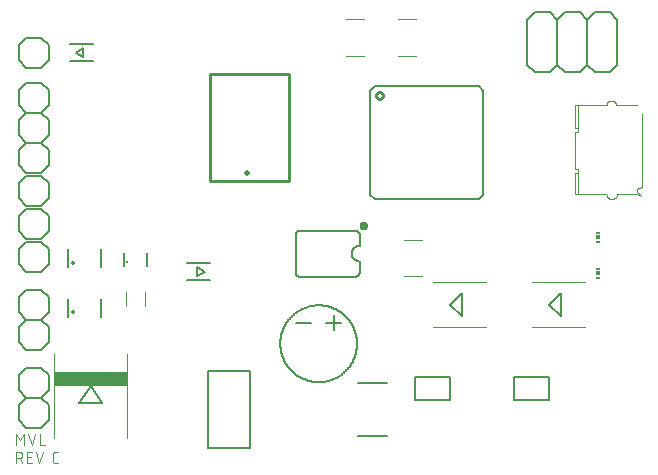
<source format=gto>
G75*
%MOIN*%
%OFA0B0*%
%FSLAX25Y25*%
%IPPOS*%
%LPD*%
%AMOC8*
5,1,8,0,0,1.08239X$1,22.5*
%
%ADD10C,0.00300*%
%ADD11C,0.00800*%
%ADD12C,0.00400*%
%ADD13R,0.24409X0.04921*%
%ADD14C,0.00600*%
%ADD15C,0.01181*%
%ADD16C,0.01000*%
%ADD17C,0.00591*%
%ADD18C,0.02000*%
%ADD19C,0.00500*%
%ADD20C,0.00010*%
%ADD21C,0.01414*%
%ADD22R,0.01181X0.00591*%
%ADD23R,0.01181X0.01181*%
D10*
X0003150Y0003150D02*
X0003150Y0006850D01*
X0004178Y0006850D01*
X0004241Y0006848D01*
X0004304Y0006842D01*
X0004367Y0006832D01*
X0004429Y0006819D01*
X0004490Y0006802D01*
X0004549Y0006781D01*
X0004608Y0006756D01*
X0004664Y0006728D01*
X0004719Y0006696D01*
X0004772Y0006661D01*
X0004822Y0006623D01*
X0004871Y0006582D01*
X0004916Y0006538D01*
X0004959Y0006491D01*
X0004998Y0006442D01*
X0005035Y0006390D01*
X0005068Y0006336D01*
X0005098Y0006280D01*
X0005125Y0006223D01*
X0005148Y0006164D01*
X0005167Y0006103D01*
X0005182Y0006042D01*
X0005194Y0005980D01*
X0005202Y0005917D01*
X0005206Y0005854D01*
X0005206Y0005790D01*
X0005202Y0005727D01*
X0005194Y0005664D01*
X0005182Y0005602D01*
X0005167Y0005541D01*
X0005148Y0005480D01*
X0005125Y0005421D01*
X0005098Y0005364D01*
X0005068Y0005308D01*
X0005035Y0005254D01*
X0004998Y0005202D01*
X0004959Y0005153D01*
X0004916Y0005106D01*
X0004871Y0005062D01*
X0004822Y0005021D01*
X0004772Y0004983D01*
X0004719Y0004948D01*
X0004664Y0004916D01*
X0004608Y0004888D01*
X0004549Y0004863D01*
X0004490Y0004842D01*
X0004429Y0004825D01*
X0004367Y0004812D01*
X0004304Y0004802D01*
X0004241Y0004796D01*
X0004178Y0004794D01*
X0003150Y0004794D01*
X0004383Y0004794D02*
X0005206Y0003150D01*
X0006854Y0003150D02*
X0006854Y0006850D01*
X0008499Y0006850D01*
X0009642Y0006850D02*
X0010875Y0003150D01*
X0012109Y0006850D01*
X0012687Y0009150D02*
X0011042Y0009150D01*
X0011042Y0012850D01*
X0009577Y0012850D02*
X0008343Y0009150D01*
X0007110Y0012850D01*
X0005617Y0012850D02*
X0005617Y0009150D01*
X0004383Y0010794D02*
X0005617Y0012850D01*
X0004383Y0010794D02*
X0003150Y0012850D01*
X0003150Y0009150D01*
X0006854Y0005206D02*
X0008088Y0005206D01*
X0008499Y0003150D02*
X0006854Y0003150D01*
X0015357Y0003972D02*
X0015357Y0006028D01*
X0015358Y0006028D02*
X0015360Y0006084D01*
X0015366Y0006140D01*
X0015375Y0006195D01*
X0015388Y0006250D01*
X0015405Y0006303D01*
X0015426Y0006355D01*
X0015450Y0006406D01*
X0015478Y0006455D01*
X0015508Y0006502D01*
X0015542Y0006547D01*
X0015579Y0006589D01*
X0015619Y0006629D01*
X0015661Y0006666D01*
X0015706Y0006700D01*
X0015753Y0006730D01*
X0015802Y0006758D01*
X0015853Y0006782D01*
X0015905Y0006803D01*
X0015958Y0006820D01*
X0016013Y0006833D01*
X0016068Y0006842D01*
X0016124Y0006848D01*
X0016180Y0006850D01*
X0017002Y0006850D01*
X0015358Y0003972D02*
X0015360Y0003916D01*
X0015366Y0003860D01*
X0015375Y0003805D01*
X0015388Y0003750D01*
X0015405Y0003697D01*
X0015426Y0003645D01*
X0015450Y0003594D01*
X0015478Y0003545D01*
X0015508Y0003498D01*
X0015542Y0003453D01*
X0015579Y0003411D01*
X0015619Y0003371D01*
X0015661Y0003334D01*
X0015706Y0003300D01*
X0015753Y0003270D01*
X0015802Y0003242D01*
X0015853Y0003218D01*
X0015905Y0003197D01*
X0015958Y0003180D01*
X0016013Y0003167D01*
X0016068Y0003158D01*
X0016124Y0003152D01*
X0016180Y0003150D01*
X0017002Y0003150D01*
D11*
X0024063Y0023362D02*
X0031937Y0023362D01*
X0028000Y0028768D01*
X0024063Y0023362D01*
X0020488Y0052047D02*
X0020488Y0057953D01*
X0031512Y0057953D02*
X0031512Y0052047D01*
X0031512Y0068547D02*
X0031512Y0074453D01*
X0039063Y0073165D02*
X0039063Y0068835D01*
X0046937Y0068835D02*
X0046937Y0073165D01*
X0020488Y0074453D02*
X0020488Y0068547D01*
X0067000Y0033902D02*
X0067000Y0008098D01*
X0081000Y0008098D01*
X0081000Y0033902D01*
X0067000Y0033902D01*
X0096500Y0050000D02*
X0101500Y0050000D01*
X0106500Y0050000D02*
X0111500Y0050000D01*
X0109000Y0052500D02*
X0109000Y0047500D01*
X0091205Y0043000D02*
X0091209Y0043314D01*
X0091220Y0043628D01*
X0091240Y0043941D01*
X0091267Y0044254D01*
X0091301Y0044566D01*
X0091343Y0044877D01*
X0091393Y0045187D01*
X0091451Y0045496D01*
X0091516Y0045803D01*
X0091588Y0046109D01*
X0091668Y0046413D01*
X0091756Y0046714D01*
X0091851Y0047014D01*
X0091953Y0047311D01*
X0092062Y0047605D01*
X0092179Y0047896D01*
X0092303Y0048185D01*
X0092433Y0048471D01*
X0092571Y0048753D01*
X0092716Y0049032D01*
X0092867Y0049307D01*
X0093025Y0049578D01*
X0093190Y0049845D01*
X0093361Y0050109D01*
X0093539Y0050367D01*
X0093723Y0050622D01*
X0093913Y0050872D01*
X0094109Y0051117D01*
X0094312Y0051357D01*
X0094520Y0051593D01*
X0094733Y0051823D01*
X0094953Y0052047D01*
X0095177Y0052267D01*
X0095407Y0052480D01*
X0095643Y0052688D01*
X0095883Y0052891D01*
X0096128Y0053087D01*
X0096378Y0053277D01*
X0096633Y0053461D01*
X0096891Y0053639D01*
X0097155Y0053810D01*
X0097422Y0053975D01*
X0097693Y0054133D01*
X0097968Y0054284D01*
X0098247Y0054429D01*
X0098529Y0054567D01*
X0098815Y0054697D01*
X0099104Y0054821D01*
X0099395Y0054938D01*
X0099689Y0055047D01*
X0099986Y0055149D01*
X0100286Y0055244D01*
X0100587Y0055332D01*
X0100891Y0055412D01*
X0101197Y0055484D01*
X0101504Y0055549D01*
X0101813Y0055607D01*
X0102123Y0055657D01*
X0102434Y0055699D01*
X0102746Y0055733D01*
X0103059Y0055760D01*
X0103372Y0055780D01*
X0103686Y0055791D01*
X0104000Y0055795D01*
X0104314Y0055791D01*
X0104628Y0055780D01*
X0104941Y0055760D01*
X0105254Y0055733D01*
X0105566Y0055699D01*
X0105877Y0055657D01*
X0106187Y0055607D01*
X0106496Y0055549D01*
X0106803Y0055484D01*
X0107109Y0055412D01*
X0107413Y0055332D01*
X0107714Y0055244D01*
X0108014Y0055149D01*
X0108311Y0055047D01*
X0108605Y0054938D01*
X0108896Y0054821D01*
X0109185Y0054697D01*
X0109471Y0054567D01*
X0109753Y0054429D01*
X0110032Y0054284D01*
X0110307Y0054133D01*
X0110578Y0053975D01*
X0110845Y0053810D01*
X0111109Y0053639D01*
X0111367Y0053461D01*
X0111622Y0053277D01*
X0111872Y0053087D01*
X0112117Y0052891D01*
X0112357Y0052688D01*
X0112593Y0052480D01*
X0112823Y0052267D01*
X0113047Y0052047D01*
X0113267Y0051823D01*
X0113480Y0051593D01*
X0113688Y0051357D01*
X0113891Y0051117D01*
X0114087Y0050872D01*
X0114277Y0050622D01*
X0114461Y0050367D01*
X0114639Y0050109D01*
X0114810Y0049845D01*
X0114975Y0049578D01*
X0115133Y0049307D01*
X0115284Y0049032D01*
X0115429Y0048753D01*
X0115567Y0048471D01*
X0115697Y0048185D01*
X0115821Y0047896D01*
X0115938Y0047605D01*
X0116047Y0047311D01*
X0116149Y0047014D01*
X0116244Y0046714D01*
X0116332Y0046413D01*
X0116412Y0046109D01*
X0116484Y0045803D01*
X0116549Y0045496D01*
X0116607Y0045187D01*
X0116657Y0044877D01*
X0116699Y0044566D01*
X0116733Y0044254D01*
X0116760Y0043941D01*
X0116780Y0043628D01*
X0116791Y0043314D01*
X0116795Y0043000D01*
X0116791Y0042686D01*
X0116780Y0042372D01*
X0116760Y0042059D01*
X0116733Y0041746D01*
X0116699Y0041434D01*
X0116657Y0041123D01*
X0116607Y0040813D01*
X0116549Y0040504D01*
X0116484Y0040197D01*
X0116412Y0039891D01*
X0116332Y0039587D01*
X0116244Y0039286D01*
X0116149Y0038986D01*
X0116047Y0038689D01*
X0115938Y0038395D01*
X0115821Y0038104D01*
X0115697Y0037815D01*
X0115567Y0037529D01*
X0115429Y0037247D01*
X0115284Y0036968D01*
X0115133Y0036693D01*
X0114975Y0036422D01*
X0114810Y0036155D01*
X0114639Y0035891D01*
X0114461Y0035633D01*
X0114277Y0035378D01*
X0114087Y0035128D01*
X0113891Y0034883D01*
X0113688Y0034643D01*
X0113480Y0034407D01*
X0113267Y0034177D01*
X0113047Y0033953D01*
X0112823Y0033733D01*
X0112593Y0033520D01*
X0112357Y0033312D01*
X0112117Y0033109D01*
X0111872Y0032913D01*
X0111622Y0032723D01*
X0111367Y0032539D01*
X0111109Y0032361D01*
X0110845Y0032190D01*
X0110578Y0032025D01*
X0110307Y0031867D01*
X0110032Y0031716D01*
X0109753Y0031571D01*
X0109471Y0031433D01*
X0109185Y0031303D01*
X0108896Y0031179D01*
X0108605Y0031062D01*
X0108311Y0030953D01*
X0108014Y0030851D01*
X0107714Y0030756D01*
X0107413Y0030668D01*
X0107109Y0030588D01*
X0106803Y0030516D01*
X0106496Y0030451D01*
X0106187Y0030393D01*
X0105877Y0030343D01*
X0105566Y0030301D01*
X0105254Y0030267D01*
X0104941Y0030240D01*
X0104628Y0030220D01*
X0104314Y0030209D01*
X0104000Y0030205D01*
X0103686Y0030209D01*
X0103372Y0030220D01*
X0103059Y0030240D01*
X0102746Y0030267D01*
X0102434Y0030301D01*
X0102123Y0030343D01*
X0101813Y0030393D01*
X0101504Y0030451D01*
X0101197Y0030516D01*
X0100891Y0030588D01*
X0100587Y0030668D01*
X0100286Y0030756D01*
X0099986Y0030851D01*
X0099689Y0030953D01*
X0099395Y0031062D01*
X0099104Y0031179D01*
X0098815Y0031303D01*
X0098529Y0031433D01*
X0098247Y0031571D01*
X0097968Y0031716D01*
X0097693Y0031867D01*
X0097422Y0032025D01*
X0097155Y0032190D01*
X0096891Y0032361D01*
X0096633Y0032539D01*
X0096378Y0032723D01*
X0096128Y0032913D01*
X0095883Y0033109D01*
X0095643Y0033312D01*
X0095407Y0033520D01*
X0095177Y0033733D01*
X0094953Y0033953D01*
X0094733Y0034177D01*
X0094520Y0034407D01*
X0094312Y0034643D01*
X0094109Y0034883D01*
X0093913Y0035128D01*
X0093723Y0035378D01*
X0093539Y0035633D01*
X0093361Y0035891D01*
X0093190Y0036155D01*
X0093025Y0036422D01*
X0092867Y0036693D01*
X0092716Y0036968D01*
X0092571Y0037247D01*
X0092433Y0037529D01*
X0092303Y0037815D01*
X0092179Y0038104D01*
X0092062Y0038395D01*
X0091953Y0038689D01*
X0091851Y0038986D01*
X0091756Y0039286D01*
X0091668Y0039587D01*
X0091588Y0039891D01*
X0091516Y0040197D01*
X0091451Y0040504D01*
X0091393Y0040813D01*
X0091343Y0041123D01*
X0091301Y0041434D01*
X0091267Y0041746D01*
X0091240Y0042059D01*
X0091220Y0042372D01*
X0091209Y0042686D01*
X0091205Y0043000D01*
X0097800Y0065337D02*
X0116200Y0065337D01*
X0116281Y0065349D01*
X0116361Y0065364D01*
X0116440Y0065383D01*
X0116518Y0065405D01*
X0116595Y0065432D01*
X0116671Y0065461D01*
X0116745Y0065495D01*
X0116817Y0065532D01*
X0116888Y0065572D01*
X0116956Y0065616D01*
X0117023Y0065663D01*
X0117087Y0065713D01*
X0117148Y0065766D01*
X0117207Y0065822D01*
X0117264Y0065881D01*
X0117317Y0065942D01*
X0117368Y0066006D01*
X0117415Y0066072D01*
X0117459Y0066140D01*
X0117500Y0066210D01*
X0117538Y0066282D01*
X0117572Y0066356D01*
X0117602Y0066432D01*
X0117629Y0066508D01*
X0117652Y0066586D01*
X0117672Y0066665D01*
X0117687Y0066745D01*
X0117699Y0066826D01*
X0117707Y0066906D01*
X0117711Y0066988D01*
X0117712Y0067069D01*
X0117708Y0067150D01*
X0117701Y0067231D01*
X0117700Y0067281D02*
X0117700Y0070600D01*
X0117500Y0070600D02*
X0117402Y0070602D01*
X0117304Y0070608D01*
X0117206Y0070617D01*
X0117109Y0070631D01*
X0117012Y0070648D01*
X0116916Y0070669D01*
X0116821Y0070694D01*
X0116727Y0070722D01*
X0116635Y0070755D01*
X0116543Y0070790D01*
X0116453Y0070830D01*
X0116365Y0070872D01*
X0116278Y0070919D01*
X0116194Y0070968D01*
X0116111Y0071021D01*
X0116031Y0071077D01*
X0115952Y0071137D01*
X0115876Y0071199D01*
X0115803Y0071264D01*
X0115732Y0071332D01*
X0115664Y0071403D01*
X0115599Y0071476D01*
X0115537Y0071552D01*
X0115477Y0071631D01*
X0115421Y0071711D01*
X0115368Y0071794D01*
X0115319Y0071878D01*
X0115272Y0071965D01*
X0115230Y0072053D01*
X0115190Y0072143D01*
X0115155Y0072235D01*
X0115122Y0072327D01*
X0115094Y0072421D01*
X0115069Y0072516D01*
X0115048Y0072612D01*
X0115031Y0072709D01*
X0115017Y0072806D01*
X0115008Y0072904D01*
X0115002Y0073002D01*
X0115000Y0073100D01*
X0115002Y0073198D01*
X0115008Y0073296D01*
X0115017Y0073394D01*
X0115031Y0073491D01*
X0115048Y0073588D01*
X0115069Y0073684D01*
X0115094Y0073779D01*
X0115122Y0073873D01*
X0115155Y0073965D01*
X0115190Y0074057D01*
X0115230Y0074147D01*
X0115272Y0074235D01*
X0115319Y0074322D01*
X0115368Y0074406D01*
X0115421Y0074489D01*
X0115477Y0074569D01*
X0115537Y0074648D01*
X0115599Y0074724D01*
X0115664Y0074797D01*
X0115732Y0074868D01*
X0115803Y0074936D01*
X0115876Y0075001D01*
X0115952Y0075063D01*
X0116031Y0075123D01*
X0116111Y0075179D01*
X0116194Y0075232D01*
X0116278Y0075281D01*
X0116365Y0075328D01*
X0116453Y0075370D01*
X0116543Y0075410D01*
X0116635Y0075445D01*
X0116727Y0075478D01*
X0116821Y0075506D01*
X0116916Y0075531D01*
X0117012Y0075552D01*
X0117109Y0075569D01*
X0117206Y0075583D01*
X0117304Y0075592D01*
X0117402Y0075598D01*
X0117500Y0075600D01*
X0117700Y0075600D02*
X0117700Y0079556D01*
X0117699Y0079556D02*
X0117687Y0079626D01*
X0117670Y0079696D01*
X0117650Y0079764D01*
X0117627Y0079832D01*
X0117599Y0079898D01*
X0117568Y0079962D01*
X0117534Y0080024D01*
X0117496Y0080085D01*
X0117456Y0080144D01*
X0117412Y0080200D01*
X0117365Y0080253D01*
X0117315Y0080305D01*
X0117262Y0080353D01*
X0117207Y0080398D01*
X0117150Y0080441D01*
X0117090Y0080480D01*
X0117028Y0080516D01*
X0116965Y0080548D01*
X0116900Y0080577D01*
X0116833Y0080603D01*
X0116765Y0080625D01*
X0116696Y0080643D01*
X0116626Y0080657D01*
X0116555Y0080667D01*
X0116484Y0080674D01*
X0116413Y0080677D01*
X0116342Y0080676D01*
X0116270Y0080671D01*
X0116200Y0080662D01*
X0116200Y0080663D02*
X0097406Y0080663D01*
X0097406Y0080662D02*
X0097336Y0080650D01*
X0097266Y0080633D01*
X0097198Y0080613D01*
X0097131Y0080589D01*
X0097065Y0080562D01*
X0097000Y0080531D01*
X0096938Y0080497D01*
X0096877Y0080459D01*
X0096819Y0080418D01*
X0096762Y0080374D01*
X0096709Y0080327D01*
X0096658Y0080277D01*
X0096609Y0080225D01*
X0096564Y0080170D01*
X0096521Y0080112D01*
X0096482Y0080053D01*
X0096446Y0079991D01*
X0096414Y0079927D01*
X0096385Y0079862D01*
X0096359Y0079796D01*
X0096338Y0079728D01*
X0096319Y0079658D01*
X0096305Y0079589D01*
X0096295Y0079518D01*
X0096288Y0079447D01*
X0096285Y0079376D01*
X0096286Y0079304D01*
X0096291Y0079233D01*
X0096300Y0079162D01*
X0096300Y0079163D02*
X0096300Y0066837D01*
X0096302Y0066761D01*
X0096308Y0066686D01*
X0096317Y0066610D01*
X0096331Y0066535D01*
X0096348Y0066461D01*
X0096369Y0066388D01*
X0096393Y0066316D01*
X0096421Y0066246D01*
X0096453Y0066177D01*
X0096488Y0066109D01*
X0096527Y0066044D01*
X0096569Y0065980D01*
X0096614Y0065919D01*
X0096662Y0065860D01*
X0096713Y0065804D01*
X0096767Y0065750D01*
X0096823Y0065699D01*
X0096882Y0065651D01*
X0096943Y0065606D01*
X0097007Y0065564D01*
X0097072Y0065525D01*
X0097140Y0065490D01*
X0097209Y0065458D01*
X0097279Y0065430D01*
X0097351Y0065406D01*
X0097424Y0065385D01*
X0097498Y0065368D01*
X0097573Y0065354D01*
X0097649Y0065345D01*
X0097724Y0065339D01*
X0097800Y0065337D01*
X0122677Y0091102D02*
X0121102Y0092677D01*
X0121102Y0127323D01*
X0122677Y0128898D01*
X0157323Y0128898D01*
X0158898Y0127323D01*
X0158898Y0092677D01*
X0157323Y0091102D01*
X0122677Y0091102D01*
X0151760Y0059937D02*
X0151760Y0052063D01*
X0147732Y0056000D01*
X0151760Y0059937D01*
X0180732Y0056000D02*
X0184760Y0052063D01*
X0184760Y0059937D01*
X0180732Y0056000D01*
D12*
X0175100Y0048500D02*
X0192900Y0048500D01*
X0192900Y0063500D02*
X0175100Y0063500D01*
X0159900Y0063500D02*
X0142100Y0063500D01*
X0138453Y0065398D02*
X0132547Y0065398D01*
X0132547Y0077602D02*
X0138453Y0077602D01*
X0142100Y0048500D02*
X0159900Y0048500D01*
X0210161Y0092933D02*
X0210949Y0092146D01*
X0211343Y0092539D01*
X0210161Y0093720D01*
X0210161Y0094114D01*
X0210162Y0094114D02*
X0210164Y0094168D01*
X0210169Y0094221D01*
X0210178Y0094274D01*
X0210191Y0094326D01*
X0210207Y0094378D01*
X0210227Y0094428D01*
X0210250Y0094476D01*
X0210277Y0094523D01*
X0210306Y0094568D01*
X0210339Y0094611D01*
X0210374Y0094651D01*
X0210412Y0094689D01*
X0210452Y0094724D01*
X0210495Y0094757D01*
X0210540Y0094786D01*
X0210587Y0094813D01*
X0210635Y0094836D01*
X0210685Y0094856D01*
X0210737Y0094872D01*
X0210789Y0094885D01*
X0210842Y0094894D01*
X0210895Y0094899D01*
X0210949Y0094901D01*
X0210949Y0094902D02*
X0211003Y0094904D01*
X0211056Y0094909D01*
X0211109Y0094918D01*
X0211161Y0094931D01*
X0211213Y0094947D01*
X0211263Y0094967D01*
X0211311Y0094990D01*
X0211358Y0095017D01*
X0211403Y0095046D01*
X0211446Y0095079D01*
X0211486Y0095114D01*
X0211524Y0095152D01*
X0211559Y0095192D01*
X0211592Y0095235D01*
X0211621Y0095280D01*
X0211648Y0095327D01*
X0211671Y0095375D01*
X0211691Y0095425D01*
X0211707Y0095477D01*
X0211720Y0095529D01*
X0211729Y0095582D01*
X0211734Y0095635D01*
X0211736Y0095689D01*
X0211736Y0119705D01*
X0210161Y0122461D02*
X0203075Y0122461D01*
X0203073Y0122540D01*
X0203067Y0122618D01*
X0203057Y0122696D01*
X0203044Y0122773D01*
X0203026Y0122850D01*
X0203005Y0122925D01*
X0202980Y0123000D01*
X0202951Y0123073D01*
X0202919Y0123144D01*
X0202883Y0123214D01*
X0202844Y0123282D01*
X0202801Y0123348D01*
X0202755Y0123412D01*
X0202707Y0123473D01*
X0202655Y0123532D01*
X0202600Y0123588D01*
X0202542Y0123642D01*
X0202482Y0123692D01*
X0202419Y0123740D01*
X0202355Y0123784D01*
X0202288Y0123825D01*
X0202219Y0123863D01*
X0202148Y0123897D01*
X0202075Y0123927D01*
X0202002Y0123954D01*
X0201927Y0123977D01*
X0201850Y0123997D01*
X0201773Y0124012D01*
X0201696Y0124024D01*
X0201618Y0124032D01*
X0201539Y0124036D01*
X0201461Y0124036D01*
X0201382Y0124032D01*
X0201304Y0124024D01*
X0201227Y0124012D01*
X0201150Y0123997D01*
X0201073Y0123977D01*
X0200998Y0123954D01*
X0200925Y0123927D01*
X0200852Y0123897D01*
X0200781Y0123863D01*
X0200713Y0123825D01*
X0200645Y0123784D01*
X0200581Y0123740D01*
X0200518Y0123692D01*
X0200458Y0123642D01*
X0200400Y0123588D01*
X0200345Y0123532D01*
X0200293Y0123473D01*
X0200245Y0123412D01*
X0200199Y0123348D01*
X0200156Y0123282D01*
X0200117Y0123214D01*
X0200081Y0123144D01*
X0200049Y0123073D01*
X0200020Y0123000D01*
X0199995Y0122925D01*
X0199974Y0122850D01*
X0199956Y0122773D01*
X0199943Y0122696D01*
X0199933Y0122618D01*
X0199927Y0122540D01*
X0199925Y0122461D01*
X0190476Y0122461D01*
X0190476Y0114980D01*
X0189295Y0114980D01*
X0189295Y0122461D01*
X0190476Y0122461D01*
X0190476Y0114980D02*
X0190476Y0113406D01*
X0189295Y0113406D01*
X0189295Y0101201D01*
X0190476Y0101201D01*
X0190476Y0100020D01*
X0190476Y0092933D01*
X0189295Y0092933D01*
X0189295Y0100020D01*
X0190476Y0100020D01*
X0190476Y0092933D02*
X0199925Y0092933D01*
X0199927Y0092850D01*
X0199933Y0092767D01*
X0199943Y0092685D01*
X0199956Y0092603D01*
X0199973Y0092521D01*
X0199995Y0092441D01*
X0200020Y0092362D01*
X0200048Y0092284D01*
X0200080Y0092207D01*
X0200116Y0092132D01*
X0200156Y0092059D01*
X0200198Y0091988D01*
X0200244Y0091919D01*
X0200293Y0091852D01*
X0200346Y0091787D01*
X0200401Y0091725D01*
X0200459Y0091665D01*
X0200520Y0091609D01*
X0200583Y0091555D01*
X0200649Y0091504D01*
X0200717Y0091457D01*
X0200787Y0091412D01*
X0200859Y0091371D01*
X0200934Y0091334D01*
X0201009Y0091300D01*
X0201087Y0091269D01*
X0201165Y0091243D01*
X0201245Y0091220D01*
X0201326Y0091200D01*
X0201407Y0091185D01*
X0201490Y0091173D01*
X0201572Y0091165D01*
X0201655Y0091161D01*
X0201739Y0091161D01*
X0201822Y0091165D01*
X0201904Y0091173D01*
X0201987Y0091185D01*
X0202068Y0091200D01*
X0202149Y0091220D01*
X0202229Y0091243D01*
X0202307Y0091269D01*
X0202385Y0091300D01*
X0202460Y0091334D01*
X0202535Y0091371D01*
X0202607Y0091412D01*
X0202677Y0091457D01*
X0202745Y0091504D01*
X0202811Y0091555D01*
X0202874Y0091609D01*
X0202935Y0091665D01*
X0202993Y0091725D01*
X0203048Y0091787D01*
X0203101Y0091852D01*
X0203150Y0091919D01*
X0203196Y0091988D01*
X0203238Y0092059D01*
X0203278Y0092132D01*
X0203314Y0092207D01*
X0203346Y0092284D01*
X0203374Y0092362D01*
X0203399Y0092441D01*
X0203421Y0092521D01*
X0203438Y0092603D01*
X0203451Y0092685D01*
X0203461Y0092767D01*
X0203467Y0092850D01*
X0203469Y0092933D01*
X0210161Y0092933D01*
X0136453Y0138898D02*
X0130547Y0138898D01*
X0118953Y0138898D02*
X0113047Y0138898D01*
X0113047Y0151102D02*
X0118953Y0151102D01*
X0130547Y0151102D02*
X0136453Y0151102D01*
X0046150Y0060362D02*
X0046150Y0055638D01*
X0039850Y0055638D02*
X0039850Y0060362D01*
X0040224Y0039518D02*
X0040224Y0011482D01*
X0015776Y0011482D02*
X0015776Y0039518D01*
D13*
X0028000Y0031307D03*
D14*
X0014000Y0032500D02*
X0014000Y0027500D01*
X0011500Y0025000D01*
X0006500Y0025000D01*
X0004000Y0027500D01*
X0004000Y0032500D01*
X0006500Y0035000D01*
X0011500Y0035000D01*
X0014000Y0032500D01*
X0011500Y0025000D02*
X0006500Y0025000D01*
X0004000Y0022500D01*
X0004000Y0017500D01*
X0006500Y0015000D01*
X0011500Y0015000D01*
X0014000Y0017500D01*
X0014000Y0022500D01*
X0011500Y0025000D01*
X0011500Y0041000D02*
X0006500Y0041000D01*
X0004000Y0043500D01*
X0004000Y0048500D01*
X0006500Y0051000D01*
X0011500Y0051000D01*
X0014000Y0048500D01*
X0014000Y0043500D01*
X0011500Y0041000D01*
X0011500Y0051000D02*
X0006500Y0051000D01*
X0004000Y0053500D01*
X0004000Y0058500D01*
X0006500Y0061000D01*
X0011500Y0061000D01*
X0014000Y0058500D01*
X0014000Y0053500D01*
X0011500Y0051000D01*
X0011500Y0067000D02*
X0006500Y0067000D01*
X0004000Y0069500D01*
X0004000Y0074500D01*
X0006500Y0077000D01*
X0011500Y0077000D01*
X0014000Y0074500D01*
X0014000Y0069500D01*
X0011500Y0067000D01*
X0011500Y0078000D02*
X0006500Y0078000D01*
X0004000Y0080500D01*
X0004000Y0085500D01*
X0006500Y0088000D01*
X0011500Y0088000D01*
X0014000Y0085500D01*
X0014000Y0080500D01*
X0011500Y0078000D01*
X0011500Y0089000D02*
X0006500Y0089000D01*
X0004000Y0091500D01*
X0004000Y0096500D01*
X0006500Y0099000D01*
X0011500Y0099000D01*
X0014000Y0096500D01*
X0014000Y0091500D01*
X0011500Y0089000D01*
X0011500Y0100000D02*
X0006500Y0100000D01*
X0004000Y0102500D01*
X0004000Y0107500D01*
X0006500Y0110000D01*
X0011500Y0110000D01*
X0014000Y0107500D01*
X0014000Y0102500D01*
X0011500Y0100000D01*
X0011500Y0110000D02*
X0006500Y0110000D01*
X0004000Y0112500D01*
X0004000Y0117500D01*
X0006500Y0120000D01*
X0011500Y0120000D01*
X0014000Y0122500D01*
X0014000Y0127500D01*
X0011500Y0130000D01*
X0006500Y0130000D01*
X0004000Y0127500D01*
X0004000Y0122500D01*
X0006500Y0120000D01*
X0011500Y0120000D01*
X0014000Y0117500D01*
X0014000Y0112500D01*
X0011500Y0110000D01*
X0011500Y0135000D02*
X0006500Y0135000D01*
X0004000Y0137500D01*
X0004000Y0142500D01*
X0006500Y0145000D01*
X0011500Y0145000D01*
X0014000Y0142500D01*
X0014000Y0137500D01*
X0011500Y0135000D01*
X0021063Y0137244D02*
X0028937Y0137244D01*
X0025394Y0138425D02*
X0023031Y0140000D01*
X0025394Y0141575D01*
X0025394Y0138425D01*
X0028937Y0142756D02*
X0021063Y0142756D01*
X0060063Y0069756D02*
X0067937Y0069756D01*
X0065969Y0067000D02*
X0063606Y0068575D01*
X0063606Y0065425D01*
X0065969Y0067000D01*
X0067937Y0064244D02*
X0060063Y0064244D01*
X0173500Y0136000D02*
X0173500Y0151000D01*
X0176000Y0153500D01*
X0181000Y0153500D01*
X0183500Y0151000D01*
X0183500Y0136000D01*
X0186000Y0133500D01*
X0191000Y0133500D01*
X0193500Y0136000D01*
X0196000Y0133500D01*
X0201000Y0133500D01*
X0203500Y0136000D01*
X0203500Y0151000D01*
X0201000Y0153500D01*
X0196000Y0153500D01*
X0193500Y0151000D01*
X0193500Y0136000D01*
X0183500Y0136000D02*
X0181000Y0133500D01*
X0176000Y0133500D01*
X0173500Y0136000D01*
X0183500Y0151000D02*
X0186000Y0153500D01*
X0191000Y0153500D01*
X0193500Y0151000D01*
D15*
X0040244Y0070360D03*
D16*
X0067917Y0097126D02*
X0093980Y0097126D01*
X0093980Y0132874D01*
X0067917Y0132874D01*
X0067917Y0097126D01*
X0123139Y0125748D02*
X0123141Y0125815D01*
X0123147Y0125881D01*
X0123157Y0125947D01*
X0123171Y0126012D01*
X0123188Y0126076D01*
X0123210Y0126139D01*
X0123235Y0126201D01*
X0123264Y0126261D01*
X0123297Y0126319D01*
X0123332Y0126375D01*
X0123372Y0126429D01*
X0123414Y0126480D01*
X0123459Y0126529D01*
X0123507Y0126575D01*
X0123558Y0126618D01*
X0123611Y0126658D01*
X0123667Y0126695D01*
X0123725Y0126728D01*
X0123784Y0126758D01*
X0123845Y0126784D01*
X0123908Y0126807D01*
X0123972Y0126825D01*
X0124037Y0126840D01*
X0124103Y0126851D01*
X0124169Y0126858D01*
X0124235Y0126861D01*
X0124302Y0126860D01*
X0124368Y0126855D01*
X0124434Y0126846D01*
X0124500Y0126833D01*
X0124564Y0126816D01*
X0124627Y0126796D01*
X0124689Y0126771D01*
X0124750Y0126743D01*
X0124809Y0126712D01*
X0124865Y0126677D01*
X0124920Y0126639D01*
X0124972Y0126597D01*
X0125021Y0126552D01*
X0125068Y0126505D01*
X0125112Y0126455D01*
X0125152Y0126402D01*
X0125190Y0126347D01*
X0125224Y0126290D01*
X0125255Y0126231D01*
X0125282Y0126170D01*
X0125305Y0126108D01*
X0125325Y0126044D01*
X0125341Y0125979D01*
X0125353Y0125914D01*
X0125361Y0125848D01*
X0125365Y0125781D01*
X0125365Y0125715D01*
X0125361Y0125648D01*
X0125353Y0125582D01*
X0125341Y0125517D01*
X0125325Y0125452D01*
X0125305Y0125388D01*
X0125282Y0125326D01*
X0125255Y0125265D01*
X0125224Y0125206D01*
X0125190Y0125149D01*
X0125152Y0125094D01*
X0125112Y0125041D01*
X0125068Y0124991D01*
X0125021Y0124944D01*
X0124972Y0124899D01*
X0124920Y0124857D01*
X0124865Y0124819D01*
X0124808Y0124784D01*
X0124750Y0124753D01*
X0124689Y0124725D01*
X0124627Y0124700D01*
X0124564Y0124680D01*
X0124500Y0124663D01*
X0124434Y0124650D01*
X0124368Y0124641D01*
X0124302Y0124636D01*
X0124235Y0124635D01*
X0124169Y0124638D01*
X0124103Y0124645D01*
X0124037Y0124656D01*
X0123972Y0124671D01*
X0123908Y0124689D01*
X0123845Y0124712D01*
X0123784Y0124738D01*
X0123725Y0124768D01*
X0123667Y0124801D01*
X0123611Y0124838D01*
X0123558Y0124878D01*
X0123507Y0124921D01*
X0123459Y0124967D01*
X0123414Y0125016D01*
X0123372Y0125067D01*
X0123332Y0125121D01*
X0123297Y0125177D01*
X0123264Y0125235D01*
X0123235Y0125295D01*
X0123210Y0125357D01*
X0123188Y0125420D01*
X0123171Y0125484D01*
X0123157Y0125549D01*
X0123147Y0125615D01*
X0123141Y0125681D01*
X0123139Y0125748D01*
D17*
X0040736Y0056720D03*
D18*
X0080000Y0100000D03*
D19*
X0136094Y0031969D02*
X0136094Y0024094D01*
X0147906Y0024094D01*
X0147906Y0031969D01*
X0136094Y0031969D01*
X0126902Y0029799D02*
X0117201Y0029799D01*
X0117201Y0012201D02*
X0126902Y0012201D01*
X0169094Y0024094D02*
X0169094Y0031969D01*
X0180906Y0031969D01*
X0180906Y0024094D01*
X0169094Y0024094D01*
D20*
X0119654Y0081398D02*
X0119852Y0081596D01*
X0120001Y0081833D01*
X0120094Y0082097D01*
X0120125Y0082375D01*
X0120094Y0082653D01*
X0120001Y0082917D01*
X0119852Y0083154D01*
X0119654Y0083352D01*
X0119417Y0083501D01*
X0119153Y0083594D01*
X0118875Y0083625D01*
X0118597Y0083594D01*
X0118333Y0083501D01*
X0118096Y0083352D01*
X0117898Y0083154D01*
X0117749Y0082917D01*
X0117656Y0082653D01*
X0117625Y0082375D01*
X0117656Y0082097D01*
X0117749Y0081833D01*
X0117898Y0081596D01*
X0118096Y0081398D01*
X0118333Y0081249D01*
X0118597Y0081156D01*
X0118875Y0081125D01*
X0119153Y0081156D01*
X0119417Y0081249D01*
X0119654Y0081398D01*
X0119651Y0081396D02*
X0118099Y0081396D01*
X0118089Y0081404D02*
X0119661Y0081404D01*
X0119669Y0081413D02*
X0118081Y0081413D01*
X0118072Y0081421D02*
X0119678Y0081421D01*
X0119686Y0081430D02*
X0118064Y0081430D01*
X0118055Y0081438D02*
X0119695Y0081438D01*
X0119703Y0081447D02*
X0118047Y0081447D01*
X0118038Y0081455D02*
X0119712Y0081455D01*
X0119720Y0081464D02*
X0118030Y0081464D01*
X0118021Y0081472D02*
X0119729Y0081472D01*
X0119737Y0081481D02*
X0118013Y0081481D01*
X0118004Y0081489D02*
X0119746Y0081489D01*
X0119754Y0081498D02*
X0117996Y0081498D01*
X0117987Y0081506D02*
X0119763Y0081506D01*
X0119771Y0081515D02*
X0117979Y0081515D01*
X0117970Y0081523D02*
X0119780Y0081523D01*
X0119788Y0081532D02*
X0117962Y0081532D01*
X0117953Y0081540D02*
X0119797Y0081540D01*
X0119806Y0081549D02*
X0117944Y0081549D01*
X0117936Y0081557D02*
X0119814Y0081557D01*
X0119823Y0081566D02*
X0117927Y0081566D01*
X0117919Y0081574D02*
X0119831Y0081574D01*
X0119840Y0081583D02*
X0117910Y0081583D01*
X0117902Y0081591D02*
X0119848Y0081591D01*
X0119855Y0081600D02*
X0117895Y0081600D01*
X0117890Y0081608D02*
X0119860Y0081608D01*
X0119866Y0081617D02*
X0117884Y0081617D01*
X0117879Y0081625D02*
X0119871Y0081625D01*
X0119876Y0081634D02*
X0117874Y0081634D01*
X0117868Y0081643D02*
X0119882Y0081643D01*
X0119887Y0081651D02*
X0117863Y0081651D01*
X0117858Y0081660D02*
X0119892Y0081660D01*
X0119898Y0081668D02*
X0117852Y0081668D01*
X0117847Y0081677D02*
X0119903Y0081677D01*
X0119908Y0081685D02*
X0117841Y0081685D01*
X0117836Y0081694D02*
X0119914Y0081694D01*
X0119919Y0081702D02*
X0117831Y0081702D01*
X0117825Y0081711D02*
X0119925Y0081711D01*
X0119930Y0081719D02*
X0117820Y0081719D01*
X0117815Y0081728D02*
X0119935Y0081728D01*
X0119941Y0081736D02*
X0117809Y0081736D01*
X0117804Y0081745D02*
X0119946Y0081745D01*
X0119951Y0081753D02*
X0117799Y0081753D01*
X0117793Y0081762D02*
X0119957Y0081762D01*
X0119962Y0081770D02*
X0117788Y0081770D01*
X0117783Y0081779D02*
X0119967Y0081779D01*
X0119973Y0081787D02*
X0117777Y0081787D01*
X0117772Y0081796D02*
X0119978Y0081796D01*
X0119983Y0081804D02*
X0117767Y0081804D01*
X0117761Y0081813D02*
X0119989Y0081813D01*
X0119994Y0081821D02*
X0117756Y0081821D01*
X0117751Y0081830D02*
X0119999Y0081830D01*
X0120003Y0081838D02*
X0117747Y0081838D01*
X0117744Y0081847D02*
X0120006Y0081847D01*
X0120009Y0081855D02*
X0117741Y0081855D01*
X0117738Y0081864D02*
X0120012Y0081864D01*
X0120015Y0081872D02*
X0117735Y0081872D01*
X0117732Y0081881D02*
X0120018Y0081881D01*
X0120021Y0081889D02*
X0117729Y0081889D01*
X0117726Y0081898D02*
X0120024Y0081898D01*
X0120027Y0081906D02*
X0117723Y0081906D01*
X0117720Y0081915D02*
X0120030Y0081915D01*
X0120033Y0081923D02*
X0117717Y0081923D01*
X0117714Y0081932D02*
X0120036Y0081932D01*
X0120039Y0081941D02*
X0117711Y0081941D01*
X0117708Y0081949D02*
X0120042Y0081949D01*
X0120045Y0081958D02*
X0117705Y0081958D01*
X0117702Y0081966D02*
X0120048Y0081966D01*
X0120051Y0081975D02*
X0117699Y0081975D01*
X0117696Y0081983D02*
X0120054Y0081983D01*
X0120057Y0081992D02*
X0117693Y0081992D01*
X0117690Y0082000D02*
X0120060Y0082000D01*
X0120063Y0082009D02*
X0117687Y0082009D01*
X0117684Y0082017D02*
X0120066Y0082017D01*
X0120069Y0082026D02*
X0117681Y0082026D01*
X0117678Y0082034D02*
X0120072Y0082034D01*
X0120075Y0082043D02*
X0117675Y0082043D01*
X0117672Y0082051D02*
X0120078Y0082051D01*
X0120081Y0082060D02*
X0117669Y0082060D01*
X0117666Y0082068D02*
X0120084Y0082068D01*
X0120087Y0082077D02*
X0117663Y0082077D01*
X0117660Y0082085D02*
X0120090Y0082085D01*
X0120093Y0082094D02*
X0117657Y0082094D01*
X0117656Y0082102D02*
X0120094Y0082102D01*
X0120095Y0082111D02*
X0117655Y0082111D01*
X0117654Y0082119D02*
X0120096Y0082119D01*
X0120097Y0082128D02*
X0117653Y0082128D01*
X0117652Y0082136D02*
X0120098Y0082136D01*
X0120099Y0082145D02*
X0117651Y0082145D01*
X0117650Y0082153D02*
X0120100Y0082153D01*
X0120101Y0082162D02*
X0117649Y0082162D01*
X0117648Y0082170D02*
X0120102Y0082170D01*
X0120103Y0082179D02*
X0117647Y0082179D01*
X0117646Y0082187D02*
X0120104Y0082187D01*
X0120105Y0082196D02*
X0117645Y0082196D01*
X0117644Y0082204D02*
X0120106Y0082204D01*
X0120107Y0082213D02*
X0117643Y0082213D01*
X0117642Y0082221D02*
X0120108Y0082221D01*
X0120109Y0082230D02*
X0117641Y0082230D01*
X0117640Y0082238D02*
X0120110Y0082238D01*
X0120111Y0082247D02*
X0117639Y0082247D01*
X0117638Y0082256D02*
X0120112Y0082256D01*
X0120112Y0082264D02*
X0117637Y0082264D01*
X0117637Y0082273D02*
X0120113Y0082273D01*
X0120114Y0082281D02*
X0117636Y0082281D01*
X0117635Y0082290D02*
X0120115Y0082290D01*
X0120116Y0082298D02*
X0117634Y0082298D01*
X0117633Y0082307D02*
X0120117Y0082307D01*
X0120118Y0082315D02*
X0117632Y0082315D01*
X0117631Y0082324D02*
X0120119Y0082324D01*
X0120120Y0082332D02*
X0117630Y0082332D01*
X0117629Y0082341D02*
X0120121Y0082341D01*
X0120122Y0082349D02*
X0117628Y0082349D01*
X0117627Y0082358D02*
X0120123Y0082358D01*
X0120124Y0082366D02*
X0117626Y0082366D01*
X0117625Y0082375D02*
X0120125Y0082375D01*
X0120124Y0082383D02*
X0117626Y0082383D01*
X0117627Y0082392D02*
X0120123Y0082392D01*
X0120122Y0082400D02*
X0117628Y0082400D01*
X0117629Y0082409D02*
X0120121Y0082409D01*
X0120120Y0082417D02*
X0117630Y0082417D01*
X0117631Y0082426D02*
X0120119Y0082426D01*
X0120118Y0082434D02*
X0117632Y0082434D01*
X0117633Y0082443D02*
X0120117Y0082443D01*
X0120116Y0082451D02*
X0117634Y0082451D01*
X0117635Y0082460D02*
X0120115Y0082460D01*
X0120114Y0082468D02*
X0117636Y0082468D01*
X0117636Y0082477D02*
X0120114Y0082477D01*
X0120113Y0082485D02*
X0117637Y0082485D01*
X0117638Y0082494D02*
X0120112Y0082494D01*
X0120111Y0082502D02*
X0117639Y0082502D01*
X0117640Y0082511D02*
X0120110Y0082511D01*
X0120109Y0082519D02*
X0117641Y0082519D01*
X0117642Y0082528D02*
X0120108Y0082528D01*
X0120107Y0082536D02*
X0117643Y0082536D01*
X0117644Y0082545D02*
X0120106Y0082545D01*
X0120105Y0082553D02*
X0117645Y0082553D01*
X0117646Y0082562D02*
X0120104Y0082562D01*
X0120103Y0082571D02*
X0117647Y0082571D01*
X0117648Y0082579D02*
X0120102Y0082579D01*
X0120101Y0082588D02*
X0117649Y0082588D01*
X0117650Y0082596D02*
X0120100Y0082596D01*
X0120099Y0082605D02*
X0117651Y0082605D01*
X0117652Y0082613D02*
X0120098Y0082613D01*
X0120097Y0082622D02*
X0117653Y0082622D01*
X0117654Y0082630D02*
X0120096Y0082630D01*
X0120095Y0082639D02*
X0117655Y0082639D01*
X0117656Y0082647D02*
X0120094Y0082647D01*
X0120093Y0082656D02*
X0117657Y0082656D01*
X0117660Y0082664D02*
X0120090Y0082664D01*
X0120087Y0082673D02*
X0117663Y0082673D01*
X0117666Y0082681D02*
X0120084Y0082681D01*
X0120081Y0082690D02*
X0117669Y0082690D01*
X0117672Y0082698D02*
X0120078Y0082698D01*
X0120075Y0082707D02*
X0117675Y0082707D01*
X0117678Y0082715D02*
X0120072Y0082715D01*
X0120069Y0082724D02*
X0117681Y0082724D01*
X0117684Y0082732D02*
X0120066Y0082732D01*
X0120063Y0082741D02*
X0117687Y0082741D01*
X0117690Y0082749D02*
X0120060Y0082749D01*
X0120057Y0082758D02*
X0117693Y0082758D01*
X0117696Y0082766D02*
X0120054Y0082766D01*
X0120051Y0082775D02*
X0117699Y0082775D01*
X0117702Y0082783D02*
X0120048Y0082783D01*
X0120045Y0082792D02*
X0117705Y0082792D01*
X0117708Y0082800D02*
X0120042Y0082800D01*
X0120039Y0082809D02*
X0117711Y0082809D01*
X0117714Y0082817D02*
X0120036Y0082817D01*
X0120033Y0082826D02*
X0117717Y0082826D01*
X0117720Y0082834D02*
X0120030Y0082834D01*
X0120027Y0082843D02*
X0117723Y0082843D01*
X0117726Y0082851D02*
X0120024Y0082851D01*
X0120021Y0082860D02*
X0117729Y0082860D01*
X0117732Y0082869D02*
X0120018Y0082869D01*
X0120015Y0082877D02*
X0117735Y0082877D01*
X0117738Y0082886D02*
X0120012Y0082886D01*
X0120009Y0082894D02*
X0117741Y0082894D01*
X0117744Y0082903D02*
X0120006Y0082903D01*
X0120003Y0082911D02*
X0117747Y0082911D01*
X0117750Y0082920D02*
X0120000Y0082920D01*
X0119994Y0082928D02*
X0117756Y0082928D01*
X0117761Y0082937D02*
X0119989Y0082937D01*
X0119984Y0082945D02*
X0117766Y0082945D01*
X0117772Y0082954D02*
X0119978Y0082954D01*
X0119973Y0082962D02*
X0117777Y0082962D01*
X0117782Y0082971D02*
X0119968Y0082971D01*
X0119962Y0082979D02*
X0117788Y0082979D01*
X0117793Y0082988D02*
X0119957Y0082988D01*
X0119952Y0082996D02*
X0117798Y0082996D01*
X0117804Y0083005D02*
X0119946Y0083005D01*
X0119941Y0083013D02*
X0117809Y0083013D01*
X0117814Y0083022D02*
X0119936Y0083022D01*
X0119930Y0083030D02*
X0117820Y0083030D01*
X0117825Y0083039D02*
X0119925Y0083039D01*
X0119920Y0083047D02*
X0117830Y0083047D01*
X0117836Y0083056D02*
X0119914Y0083056D01*
X0119909Y0083064D02*
X0117841Y0083064D01*
X0117846Y0083073D02*
X0119904Y0083073D01*
X0119898Y0083081D02*
X0117852Y0083081D01*
X0117857Y0083090D02*
X0119893Y0083090D01*
X0119887Y0083098D02*
X0117863Y0083098D01*
X0117868Y0083107D02*
X0119882Y0083107D01*
X0119877Y0083115D02*
X0117873Y0083115D01*
X0117879Y0083124D02*
X0119871Y0083124D01*
X0119866Y0083132D02*
X0117884Y0083132D01*
X0117889Y0083141D02*
X0119861Y0083141D01*
X0119855Y0083149D02*
X0117895Y0083149D01*
X0117901Y0083158D02*
X0119849Y0083158D01*
X0119840Y0083166D02*
X0117910Y0083166D01*
X0117918Y0083175D02*
X0119832Y0083175D01*
X0119823Y0083184D02*
X0117927Y0083184D01*
X0117935Y0083192D02*
X0119815Y0083192D01*
X0119806Y0083201D02*
X0117944Y0083201D01*
X0117952Y0083209D02*
X0119798Y0083209D01*
X0119789Y0083218D02*
X0117961Y0083218D01*
X0117969Y0083226D02*
X0119781Y0083226D01*
X0119772Y0083235D02*
X0117978Y0083235D01*
X0117986Y0083243D02*
X0119764Y0083243D01*
X0119755Y0083252D02*
X0117995Y0083252D01*
X0118003Y0083260D02*
X0119747Y0083260D01*
X0119738Y0083269D02*
X0118012Y0083269D01*
X0118021Y0083277D02*
X0119729Y0083277D01*
X0119721Y0083286D02*
X0118029Y0083286D01*
X0118038Y0083294D02*
X0119712Y0083294D01*
X0119704Y0083303D02*
X0118046Y0083303D01*
X0118055Y0083311D02*
X0119695Y0083311D01*
X0119687Y0083320D02*
X0118063Y0083320D01*
X0118072Y0083328D02*
X0119678Y0083328D01*
X0119670Y0083337D02*
X0118080Y0083337D01*
X0118089Y0083345D02*
X0119661Y0083345D01*
X0119652Y0083354D02*
X0118098Y0083354D01*
X0118112Y0083362D02*
X0119638Y0083362D01*
X0119625Y0083371D02*
X0118125Y0083371D01*
X0118139Y0083379D02*
X0119611Y0083379D01*
X0119598Y0083388D02*
X0118152Y0083388D01*
X0118166Y0083396D02*
X0119584Y0083396D01*
X0119571Y0083405D02*
X0118179Y0083405D01*
X0118193Y0083413D02*
X0119557Y0083413D01*
X0119544Y0083422D02*
X0118206Y0083422D01*
X0118220Y0083430D02*
X0119530Y0083430D01*
X0119516Y0083439D02*
X0118234Y0083439D01*
X0118247Y0083447D02*
X0119503Y0083447D01*
X0119489Y0083456D02*
X0118261Y0083456D01*
X0118274Y0083464D02*
X0119476Y0083464D01*
X0119462Y0083473D02*
X0118288Y0083473D01*
X0118301Y0083481D02*
X0119449Y0083481D01*
X0119435Y0083490D02*
X0118315Y0083490D01*
X0118328Y0083499D02*
X0119422Y0083499D01*
X0119401Y0083507D02*
X0118349Y0083507D01*
X0118374Y0083516D02*
X0119376Y0083516D01*
X0119352Y0083524D02*
X0118398Y0083524D01*
X0118422Y0083533D02*
X0119328Y0083533D01*
X0119303Y0083541D02*
X0118447Y0083541D01*
X0118471Y0083550D02*
X0119279Y0083550D01*
X0119255Y0083558D02*
X0118495Y0083558D01*
X0118520Y0083567D02*
X0119230Y0083567D01*
X0119206Y0083575D02*
X0118544Y0083575D01*
X0118568Y0083584D02*
X0119182Y0083584D01*
X0119157Y0083592D02*
X0118593Y0083592D01*
X0118659Y0083601D02*
X0119091Y0083601D01*
X0119015Y0083609D02*
X0118735Y0083609D01*
X0118810Y0083618D02*
X0118940Y0083618D01*
X0119637Y0081387D02*
X0118112Y0081387D01*
X0118126Y0081379D02*
X0119624Y0081379D01*
X0119610Y0081370D02*
X0118140Y0081370D01*
X0118153Y0081362D02*
X0119597Y0081362D01*
X0119583Y0081353D02*
X0118167Y0081353D01*
X0118180Y0081345D02*
X0119570Y0081345D01*
X0119556Y0081336D02*
X0118194Y0081336D01*
X0118207Y0081328D02*
X0119543Y0081328D01*
X0119529Y0081319D02*
X0118221Y0081319D01*
X0118234Y0081310D02*
X0119516Y0081310D01*
X0119502Y0081302D02*
X0118248Y0081302D01*
X0118262Y0081293D02*
X0119488Y0081293D01*
X0119475Y0081285D02*
X0118275Y0081285D01*
X0118289Y0081276D02*
X0119461Y0081276D01*
X0119448Y0081268D02*
X0118302Y0081268D01*
X0118316Y0081259D02*
X0119434Y0081259D01*
X0119421Y0081251D02*
X0118329Y0081251D01*
X0118351Y0081242D02*
X0119399Y0081242D01*
X0119375Y0081234D02*
X0118375Y0081234D01*
X0118400Y0081225D02*
X0119350Y0081225D01*
X0119326Y0081217D02*
X0118424Y0081217D01*
X0118448Y0081208D02*
X0119302Y0081208D01*
X0119277Y0081200D02*
X0118473Y0081200D01*
X0118497Y0081191D02*
X0119253Y0081191D01*
X0119229Y0081183D02*
X0118521Y0081183D01*
X0118546Y0081174D02*
X0119204Y0081174D01*
X0119180Y0081166D02*
X0118570Y0081166D01*
X0118594Y0081157D02*
X0119156Y0081157D01*
X0119086Y0081149D02*
X0118664Y0081149D01*
X0118740Y0081140D02*
X0119010Y0081140D01*
X0118934Y0081132D02*
X0118816Y0081132D01*
D21*
X0022000Y0070000D03*
X0022000Y0053500D03*
D22*
X0197091Y0065024D03*
X0197091Y0067976D03*
X0197091Y0077024D03*
X0197091Y0079976D03*
D23*
X0197091Y0078500D03*
X0197091Y0066500D03*
M02*

</source>
